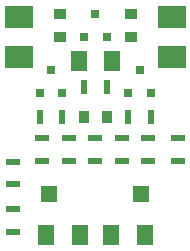
<source format=gtp>
G04 #@! TF.FileFunction,Paste,Top*
%FSLAX46Y46*%
G04 Gerber Fmt 4.6, Leading zero omitted, Abs format (unit mm)*
G04 Created by KiCad (PCBNEW 4.0.5) date Sat Mar 11 22:07:51 2017*
%MOMM*%
%LPD*%
G01*
G04 APERTURE LIST*
%ADD10C,0.101600*%
%ADD11R,1.373000X1.373000*%
%ADD12R,2.373000X1.873000*%
%ADD13R,1.173000X0.573000*%
%ADD14R,0.573000X1.173000*%
%ADD15R,1.123000X0.873000*%
%ADD16R,0.673100X0.673100*%
%ADD17R,0.873000X1.123000*%
%ADD18R,1.470660X1.673860*%
G04 APERTURE END LIST*
D10*
D11*
X55900000Y-45000000D03*
X48100000Y-45000000D03*
D12*
X45500000Y-33450000D03*
X45500000Y-30050000D03*
X58500000Y-33450000D03*
X58500000Y-30050000D03*
D13*
X47500000Y-42200000D03*
X47500000Y-40300000D03*
X54250000Y-40300000D03*
X54250000Y-42200000D03*
X45000000Y-46300000D03*
X45000000Y-48200000D03*
X56500000Y-40300000D03*
X56500000Y-42200000D03*
D14*
X56700000Y-38500000D03*
X54800000Y-38500000D03*
D15*
X49000000Y-29750000D03*
X49000000Y-31750000D03*
X55000000Y-31750000D03*
X55000000Y-29750000D03*
D16*
X51050000Y-31750760D03*
X52950000Y-31750760D03*
X52000000Y-29751780D03*
D17*
X53000000Y-38500000D03*
X51000000Y-38500000D03*
D18*
X50580140Y-33750000D03*
X53419860Y-33750000D03*
X53330140Y-48500000D03*
X56169860Y-48500000D03*
X47830140Y-48500000D03*
X50669860Y-48500000D03*
D16*
X47300000Y-36500760D03*
X49200000Y-36500760D03*
X48250000Y-34501780D03*
X54800000Y-36500760D03*
X56700000Y-36500760D03*
X55750000Y-34501780D03*
D13*
X52000000Y-42200000D03*
X52000000Y-40300000D03*
X45000000Y-44200000D03*
X45000000Y-42300000D03*
D14*
X47300000Y-38500000D03*
X49200000Y-38500000D03*
X51050000Y-36000000D03*
X52950000Y-36000000D03*
D13*
X59000000Y-42200000D03*
X59000000Y-40300000D03*
X49750000Y-40300000D03*
X49750000Y-42200000D03*
M02*

</source>
